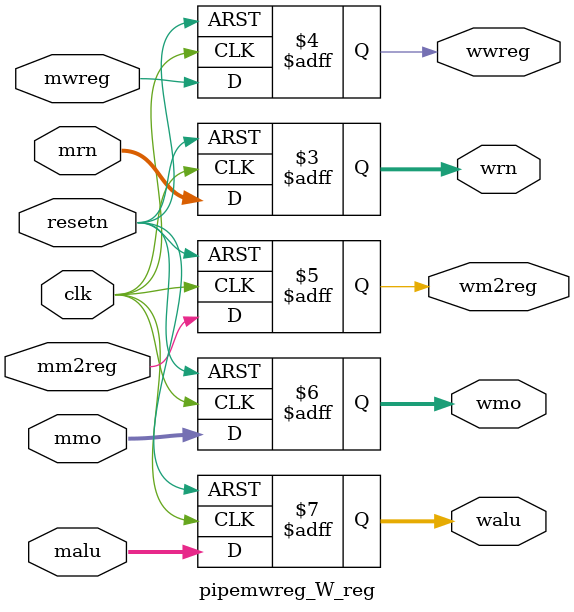
<source format=v>
module pipemwreg_W_reg (mwreg,mm2reg,mmo,malu,mrn,
							   clk,resetn,
							   wwreg,wm2reg,wmo,walu,wrn);	

    input 		  clk,resetn;
	 input [4:0]  mrn;
    input [31:0] mmo,malu;
    input 		  mwreg,mm2reg;
    
	 output reg [4:0]  wrn;
	 output reg 		 wwreg,wm2reg;
    output reg [31:0] wmo,walu;
    
    always @ (posedge clk or negedge resetn)
		begin
			if(resetn == 0) begin
				wwreg   <= 0;
				wm2reg  <= 0;
				wmo     <= 0;
				walu    <= 0;
				wrn     <= 0;
			end else begin 
				wwreg   <= mwreg ;
				wm2reg  <= mm2reg;
				wmo     <= mmo   ;
				walu    <= malu  ;
				wrn     <= mrn   ;
			end
		end
		
endmodule 
</source>
